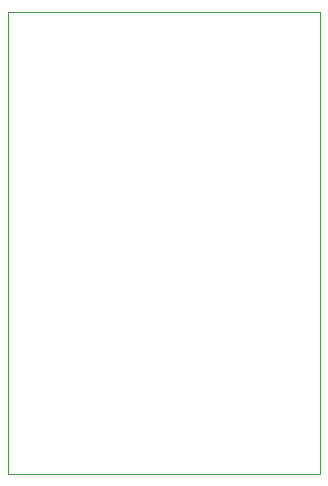
<source format=gbr>
%TF.GenerationSoftware,KiCad,Pcbnew,9.0.6*%
%TF.CreationDate,2025-12-11T22:01:46+06:00*%
%TF.ProjectId,low power audio amp,6c6f7720-706f-4776-9572-20617564696f,rev?*%
%TF.SameCoordinates,Original*%
%TF.FileFunction,Profile,NP*%
%FSLAX46Y46*%
G04 Gerber Fmt 4.6, Leading zero omitted, Abs format (unit mm)*
G04 Created by KiCad (PCBNEW 9.0.6) date 2025-12-11 22:01:46*
%MOMM*%
%LPD*%
G01*
G04 APERTURE LIST*
%TA.AperFunction,Profile*%
%ADD10C,0.050000*%
%TD*%
G04 APERTURE END LIST*
D10*
X55372000Y-48260000D02*
X81788000Y-48260000D01*
X81788000Y-87376000D01*
X55372000Y-87376000D01*
X55372000Y-48260000D01*
M02*

</source>
